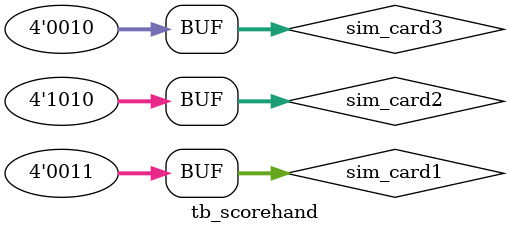
<source format=sv>
`timescale 1 ns / 1 ns

module tb_scorehand();
	reg [3:0] sim_card1;
	reg [3:0] sim_card2;
	reg [3:0] sim_card3;
	
	wire [3:0] sim_total;
	
	scorehand DUT (.card1(sim_card1), .card2(sim_card2), .card3(sim_card3), .total(sim_total));
	
	initial begin
		sim_card1 = 4'b0001; 
		sim_card2 = 4'b1001;
		sim_card3 = 4'b0110;
		#5;
		
		sim_card1 = 4'b1001; 
		sim_card2 = 4'b1000;
		sim_card3 = 4'b0000;
		#5;
		
		sim_card1 = 4'b0011; 
		sim_card2 = 4'b1010;
		sim_card3 = 4'b0010;
		#5;
	end 
	
endmodule


</source>
